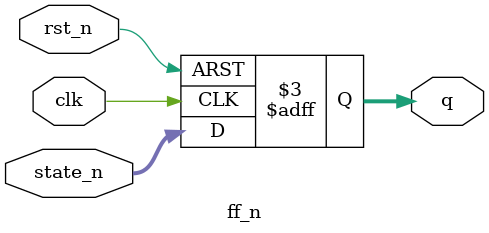
<source format=v>
module ff_n(
  input clk, rst_n,
  input [1:0] state_n,
  output reg [1:0] q
);

always@(posedge clk or negedge rst_n)
  begin 
    if(~rst_n)
        q <= 2'b00;
    else
        q <= state_n;
end

endmodule



</source>
